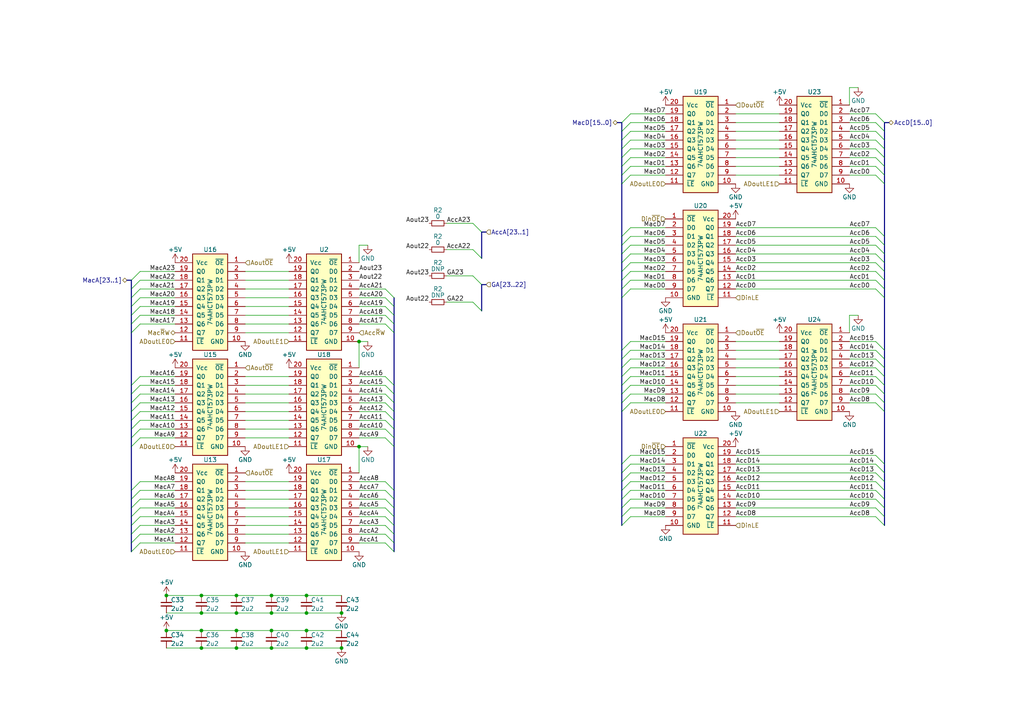
<source format=kicad_sch>
(kicad_sch (version 20230121) (generator eeschema)
  (paper "A4")
  (lib_symbols
    (symbol "Device:C_Small" (pin_numbers hide) (pin_names (offset 0.254) hide)
      (property "Reference" "C" (at 0.254 1.778 0))
      (property "Value" "C_Small" (at 0.254 -2.032 0))
      (symbol "C_Small_0_1"
        (polyline (pts (xy -1.524 -0.508) (xy 1.524 -0.508)) (stroke (width 0.3302)))
        (polyline (pts (xy -1.524 0.508) (xy 1.524 0.508)) (stroke (width 0.3048)))
      )
      (symbol "C_Small_1_1"
        (pin passive line (at 0 2.54 270) (length 2.032) (name "~") (number "1"))
        (pin passive line (at 0 -2.54 90) (length 2.032) (name "~") (number "2"))
      )
    )
    (symbol "Device:R_Small" (pin_numbers hide) (pin_names (offset 0.254) hide)
      (property "Reference" "R" (at 0.762 0.508 0))
      (property "Value" "R_Small" (at 0.762 -1.016 0))
      (symbol "R_Small_0_1"
        (rectangle (start -0.762 1.778) (end 0.762 -1.778) (stroke (width 0.2032)))
      )
      (symbol "R_Small_1_1"
        (pin passive line (at 0 2.54 270) (length 0.762) (name "~") (number "1"))
        (pin passive line (at 0 -2.54 90) (length 0.762) (name "~") (number "2"))
      )
    )
    (symbol "GW_Logic:74573" (pin_names (offset 1.016))
      (property "Reference" "U" (at 0 15.24 0))
      (property "Value" "74573" (at 0 -15.24 0))
      (symbol "74573_0_1"
        (rectangle (start -5.08 13.97) (end 5.08 -13.97) (stroke (width 0.254)) (fill (type background)))
      )
      (symbol "74573_1_1"
        (pin input line (at -10.16 11.43 0) (length 5.08) (name "~{OE}") (number "1"))
        (pin power_in line (at -10.16 -11.43 0) (length 5.08) (name "GND") (number "10"))
        (pin input line (at 10.16 -11.43 180) (length 5.08) (name "~{LE}") (number "11"))
        (pin tri_state line (at 10.16 -8.89 180) (length 5.08) (name "Q7") (number "12"))
        (pin tri_state line (at 10.16 -6.35 180) (length 5.08) (name "Q6") (number "13"))
        (pin tri_state line (at 10.16 -3.81 180) (length 5.08) (name "Q5") (number "14"))
        (pin tri_state line (at 10.16 -1.27 180) (length 5.08) (name "Q4") (number "15"))
        (pin tri_state line (at 10.16 1.27 180) (length 5.08) (name "Q3") (number "16"))
        (pin tri_state line (at 10.16 3.81 180) (length 5.08) (name "Q2") (number "17"))
        (pin tri_state line (at 10.16 6.35 180) (length 5.08) (name "Q1") (number "18"))
        (pin tri_state line (at 10.16 8.89 180) (length 5.08) (name "Q0") (number "19"))
        (pin input line (at -10.16 8.89 0) (length 5.08) (name "D0") (number "2"))
        (pin power_in line (at 10.16 11.43 180) (length 5.08) (name "Vcc") (number "20"))
        (pin input line (at -10.16 6.35 0) (length 5.08) (name "D1") (number "3"))
        (pin input line (at -10.16 3.81 0) (length 5.08) (name "D2") (number "4"))
        (pin input line (at -10.16 1.27 0) (length 5.08) (name "D3") (number "5"))
        (pin input line (at -10.16 -1.27 0) (length 5.08) (name "D4") (number "6"))
        (pin input line (at -10.16 -3.81 0) (length 5.08) (name "D5") (number "7"))
        (pin input line (at -10.16 -6.35 0) (length 5.08) (name "D6") (number "8"))
        (pin input line (at -10.16 -8.89 0) (length 5.08) (name "D7") (number "9"))
      )
    )
    (symbol "power:+5V" (power) (pin_names (offset 0))
      (property "Value" "+5V" (at 0 3.556 0))
      (symbol "+5V_0_1"
        (polyline (pts (xy -0.762 1.27) (xy 0 2.54)))
        (polyline (pts (xy 0 0) (xy 0 2.54)))
        (polyline (pts (xy 0 2.54) (xy 0.762 1.27)))
      )
      (symbol "+5V_1_1"
        (pin power_in line (at 0 0 90) (length 0) hide (name "+5V") (number "1"))
      )
    )
    (symbol "power:GND" (power) (pin_names (offset 0))
      (property "Value" "GND" (at 0 -3.81 0))
      (symbol "GND_0_1"
        (polyline (pts (xy 0 0) (xy 0 -1.27) (xy 1.27 -1.27) (xy 0 -2.54) (xy -1.27 -1.27) (xy 0 -1.27)))
      )
      (symbol "GND_1_1"
        (pin power_in line (at 0 0 270) (length 0) hide (name "GND") (number "1"))
      )
    )
  )
  (junction (at 58.42 182.88))
  (junction (at 78.74 187.96))
  (junction (at 78.74 182.88))
  (junction (at 104.14 129.54))
  (junction (at 78.74 177.8))
  (junction (at 68.58 172.72))
  (junction (at 68.58 187.96))
  (junction (at 99.06 177.8))
  (junction (at 88.9 182.88))
  (junction (at 104.14 99.06))
  (junction (at 48.26 182.88))
  (junction (at 88.9 187.96))
  (junction (at 58.42 177.8))
  (junction (at 99.06 187.96))
  (junction (at 68.58 182.88))
  (junction (at 68.58 177.8))
  (junction (at 58.42 187.96))
  (junction (at 88.9 172.72))
  (junction (at 58.42 172.72))
  (junction (at 48.26 172.72))
  (junction (at 78.74 172.72))
  (junction (at 88.9 177.8))
  (bus_entry (at 254 104.14) (size 2.54 2.54))
  (bus_entry (at 111.76 144.78) (size 2.54 2.54))
  (bus_entry (at 111.76 109.22) (size 2.54 2.54))
  (bus_entry (at 182.88 114.3) (size -2.54 2.54))
  (bus_entry (at 111.76 152.4) (size 2.54 2.54))
  (bus_entry (at 254 99.06) (size 2.54 2.54))
  (bus_entry (at 137.16 64.77) (size 2.54 2.54))
  (bus_entry (at 182.88 50.8) (size -2.54 2.54))
  (bus_entry (at 40.64 121.92) (size -2.54 2.54))
  (bus_entry (at 40.64 86.36) (size -2.54 2.54))
  (bus_entry (at 182.88 66.04) (size -2.54 2.54))
  (bus_entry (at 40.64 88.9) (size -2.54 2.54))
  (bus_entry (at 111.76 88.9) (size 2.54 2.54))
  (bus_entry (at 182.88 137.16) (size -2.54 2.54))
  (bus_entry (at 254 116.84) (size 2.54 2.54))
  (bus_entry (at 182.88 68.58) (size -2.54 2.54))
  (bus_entry (at 182.88 101.6) (size -2.54 2.54))
  (bus_entry (at 111.76 116.84) (size 2.54 2.54))
  (bus_entry (at 40.64 119.38) (size -2.54 2.54))
  (bus_entry (at 254 48.26) (size 2.54 2.54))
  (bus_entry (at 111.76 83.82) (size 2.54 2.54))
  (bus_entry (at 254 45.72) (size 2.54 2.54))
  (bus_entry (at 40.64 142.24) (size -2.54 2.54))
  (bus_entry (at 40.64 124.46) (size -2.54 2.54))
  (bus_entry (at 254 114.3) (size 2.54 2.54))
  (bus_entry (at 40.64 127) (size -2.54 2.54))
  (bus_entry (at 40.64 152.4) (size -2.54 2.54))
  (bus_entry (at 254 50.8) (size 2.54 2.54))
  (bus_entry (at 111.76 142.24) (size 2.54 2.54))
  (bus_entry (at 254 43.18) (size 2.54 2.54))
  (bus_entry (at 40.64 81.28) (size -2.54 2.54))
  (bus_entry (at 182.88 144.78) (size -2.54 2.54))
  (bus_entry (at 254 83.82) (size 2.54 2.54))
  (bus_entry (at 182.88 109.22) (size -2.54 2.54))
  (bus_entry (at 111.76 111.76) (size 2.54 2.54))
  (bus_entry (at 182.88 78.74) (size -2.54 2.54))
  (bus_entry (at 137.16 72.39) (size 2.54 2.54))
  (bus_entry (at 182.88 134.62) (size -2.54 2.54))
  (bus_entry (at 254 73.66) (size 2.54 2.54))
  (bus_entry (at 182.88 83.82) (size -2.54 2.54))
  (bus_entry (at 182.88 43.18) (size -2.54 2.54))
  (bus_entry (at 254 40.64) (size 2.54 2.54))
  (bus_entry (at 111.76 147.32) (size 2.54 2.54))
  (bus_entry (at 254 149.86) (size 2.54 2.54))
  (bus_entry (at 40.64 139.7) (size -2.54 2.54))
  (bus_entry (at 182.88 40.64) (size -2.54 2.54))
  (bus_entry (at 254 68.58) (size 2.54 2.54))
  (bus_entry (at 254 33.02) (size 2.54 2.54))
  (bus_entry (at 111.76 91.44) (size 2.54 2.54))
  (bus_entry (at 182.88 111.76) (size -2.54 2.54))
  (bus_entry (at 182.88 106.68) (size -2.54 2.54))
  (bus_entry (at 182.88 71.12) (size -2.54 2.54))
  (bus_entry (at 254 106.68) (size 2.54 2.54))
  (bus_entry (at 182.88 139.7) (size -2.54 2.54))
  (bus_entry (at 40.64 78.74) (size -2.54 2.54))
  (bus_entry (at 254 142.24) (size 2.54 2.54))
  (bus_entry (at 254 139.7) (size 2.54 2.54))
  (bus_entry (at 254 71.12) (size 2.54 2.54))
  (bus_entry (at 40.64 93.98) (size -2.54 2.54))
  (bus_entry (at 254 78.74) (size 2.54 2.54))
  (bus_entry (at 111.76 127) (size 2.54 2.54))
  (bus_entry (at 111.76 119.38) (size 2.54 2.54))
  (bus_entry (at 182.88 147.32) (size -2.54 2.54))
  (bus_entry (at 111.76 121.92) (size 2.54 2.54))
  (bus_entry (at 254 147.32) (size 2.54 2.54))
  (bus_entry (at 111.76 139.7) (size 2.54 2.54))
  (bus_entry (at 111.76 114.3) (size 2.54 2.54))
  (bus_entry (at 254 66.04) (size 2.54 2.54))
  (bus_entry (at 182.88 116.84) (size -2.54 2.54))
  (bus_entry (at 182.88 48.26) (size -2.54 2.54))
  (bus_entry (at 40.64 109.22) (size -2.54 2.54))
  (bus_entry (at 182.88 33.02) (size -2.54 2.54))
  (bus_entry (at 40.64 114.3) (size -2.54 2.54))
  (bus_entry (at 111.76 149.86) (size 2.54 2.54))
  (bus_entry (at 111.76 154.94) (size 2.54 2.54))
  (bus_entry (at 40.64 111.76) (size -2.54 2.54))
  (bus_entry (at 254 132.08) (size 2.54 2.54))
  (bus_entry (at 40.64 149.86) (size -2.54 2.54))
  (bus_entry (at 182.88 76.2) (size -2.54 2.54))
  (bus_entry (at 182.88 132.08) (size -2.54 2.54))
  (bus_entry (at 137.16 87.63) (size 2.54 2.54))
  (bus_entry (at 254 144.78) (size 2.54 2.54))
  (bus_entry (at 40.64 154.94) (size -2.54 2.54))
  (bus_entry (at 254 35.56) (size 2.54 2.54))
  (bus_entry (at 40.64 157.48) (size -2.54 2.54))
  (bus_entry (at 182.88 104.14) (size -2.54 2.54))
  (bus_entry (at 182.88 45.72) (size -2.54 2.54))
  (bus_entry (at 40.64 83.82) (size -2.54 2.54))
  (bus_entry (at 254 38.1) (size 2.54 2.54))
  (bus_entry (at 111.76 124.46) (size 2.54 2.54))
  (bus_entry (at 137.16 80.01) (size 2.54 2.54))
  (bus_entry (at 254 111.76) (size 2.54 2.54))
  (bus_entry (at 40.64 144.78) (size -2.54 2.54))
  (bus_entry (at 254 109.22) (size 2.54 2.54))
  (bus_entry (at 182.88 149.86) (size -2.54 2.54))
  (bus_entry (at 111.76 86.36) (size 2.54 2.54))
  (bus_entry (at 182.88 99.06) (size -2.54 2.54))
  (bus_entry (at 182.88 38.1) (size -2.54 2.54))
  (bus_entry (at 111.76 157.48) (size 2.54 2.54))
  (bus_entry (at 254 76.2) (size 2.54 2.54))
  (bus_entry (at 254 137.16) (size 2.54 2.54))
  (bus_entry (at 182.88 73.66) (size -2.54 2.54))
  (bus_entry (at 254 101.6) (size 2.54 2.54))
  (bus_entry (at 40.64 116.84) (size -2.54 2.54))
  (bus_entry (at 40.64 147.32) (size -2.54 2.54))
  (bus_entry (at 254 81.28) (size 2.54 2.54))
  (bus_entry (at 40.64 91.44) (size -2.54 2.54))
  (bus_entry (at 111.76 93.98) (size 2.54 2.54))
  (bus_entry (at 182.88 81.28) (size -2.54 2.54))
  (bus_entry (at 182.88 35.56) (size -2.54 2.54))
  (bus_entry (at 254 134.62) (size 2.54 2.54))
  (bus_entry (at 182.88 142.24) (size -2.54 2.54))
  (wire (pts (xy 246.38 38.1) (xy 254 38.1)))
  (wire (pts (xy 48.26 177.8) (xy 58.42 177.8)))
  (bus (pts (xy 256.54 109.22) (xy 256.54 111.76)))
  (wire (pts (xy 71.12 147.32) (xy 83.82 147.32)))
  (wire (pts (xy 182.88 71.12) (xy 193.04 71.12)))
  (wire (pts (xy 50.8 109.22) (xy 40.64 109.22)))
  (wire (pts (xy 71.12 83.82) (xy 83.82 83.82)))
  (wire (pts (xy 50.8 144.78) (xy 40.64 144.78)))
  (wire (pts (xy 88.9 182.88) (xy 99.06 182.88)))
  (wire (pts (xy 213.36 139.7) (xy 254 139.7)))
  (wire (pts (xy 50.8 78.74) (xy 40.64 78.74)))
  (bus (pts (xy 257.81 35.56) (xy 256.54 35.56)))
  (wire (pts (xy 50.8 83.82) (xy 40.64 83.82)))
  (wire (pts (xy 50.8 127) (xy 40.64 127)))
  (bus (pts (xy 256.54 50.8) (xy 256.54 53.34)))
  (bus (pts (xy 114.3 152.4) (xy 114.3 154.94)))
  (wire (pts (xy 104.14 129.54) (xy 106.68 129.54)))
  (wire (pts (xy 213.36 114.3) (xy 226.06 114.3)))
  (wire (pts (xy 213.36 104.14) (xy 226.06 104.14)))
  (wire (pts (xy 246.38 91.44) (xy 248.92 91.44)))
  (bus (pts (xy 38.1 152.4) (xy 38.1 154.94)))
  (bus (pts (xy 180.34 116.84) (xy 180.34 119.38)))
  (bus (pts (xy 180.34 43.18) (xy 180.34 45.72)))
  (wire (pts (xy 182.88 83.82) (xy 193.04 83.82)))
  (wire (pts (xy 50.8 149.86) (xy 40.64 149.86)))
  (wire (pts (xy 71.12 139.7) (xy 83.82 139.7)))
  (bus (pts (xy 256.54 86.36) (xy 256.54 101.6)))
  (wire (pts (xy 48.26 182.88) (xy 58.42 182.88)))
  (bus (pts (xy 139.7 90.17) (xy 139.7 82.55)))
  (bus (pts (xy 180.34 35.56) (xy 180.34 38.1)))
  (wire (pts (xy 71.12 109.22) (xy 83.82 109.22)))
  (bus (pts (xy 256.54 83.82) (xy 256.54 86.36)))
  (bus (pts (xy 256.54 53.34) (xy 256.54 68.58)))
  (wire (pts (xy 213.36 144.78) (xy 254 144.78)))
  (bus (pts (xy 180.34 38.1) (xy 180.34 40.64)))
  (wire (pts (xy 213.36 68.58) (xy 254 68.58)))
  (wire (pts (xy 182.88 38.1) (xy 193.04 38.1)))
  (wire (pts (xy 104.14 91.44) (xy 111.76 91.44)))
  (bus (pts (xy 38.1 119.38) (xy 38.1 121.92)))
  (wire (pts (xy 50.8 111.76) (xy 40.64 111.76)))
  (wire (pts (xy 71.12 121.92) (xy 83.82 121.92)))
  (wire (pts (xy 182.88 144.78) (xy 193.04 144.78)))
  (wire (pts (xy 50.8 91.44) (xy 40.64 91.44)))
  (wire (pts (xy 213.36 45.72) (xy 226.06 45.72)))
  (wire (pts (xy 71.12 119.38) (xy 83.82 119.38)))
  (wire (pts (xy 58.42 187.96) (xy 68.58 187.96)))
  (bus (pts (xy 38.1 83.82) (xy 38.1 86.36)))
  (bus (pts (xy 256.54 144.78) (xy 256.54 147.32)))
  (wire (pts (xy 246.38 111.76) (xy 254 111.76)))
  (bus (pts (xy 38.1 149.86) (xy 38.1 152.4)))
  (bus (pts (xy 114.3 149.86) (xy 114.3 152.4)))
  (bus (pts (xy 114.3 88.9) (xy 114.3 91.44)))
  (wire (pts (xy 48.26 172.72) (xy 58.42 172.72)))
  (wire (pts (xy 213.36 76.2) (xy 254 76.2)))
  (wire (pts (xy 71.12 152.4) (xy 83.82 152.4)))
  (wire (pts (xy 213.36 106.68) (xy 226.06 106.68)))
  (wire (pts (xy 50.8 86.36) (xy 40.64 86.36)))
  (bus (pts (xy 180.34 104.14) (xy 180.34 106.68)))
  (wire (pts (xy 104.14 147.32) (xy 111.76 147.32)))
  (wire (pts (xy 246.38 48.26) (xy 254 48.26)))
  (bus (pts (xy 179.07 35.56) (xy 180.34 35.56)))
  (bus (pts (xy 256.54 68.58) (xy 256.54 71.12)))
  (wire (pts (xy 78.74 172.72) (xy 88.9 172.72)))
  (bus (pts (xy 180.34 48.26) (xy 180.34 50.8)))
  (wire (pts (xy 129.54 80.01) (xy 137.16 80.01)))
  (wire (pts (xy 182.88 76.2) (xy 193.04 76.2)))
  (bus (pts (xy 256.54 137.16) (xy 256.54 139.7)))
  (wire (pts (xy 213.36 99.06) (xy 226.06 99.06)))
  (bus (pts (xy 114.3 96.52) (xy 114.3 111.76)))
  (wire (pts (xy 246.38 45.72) (xy 254 45.72)))
  (wire (pts (xy 104.14 152.4) (xy 111.76 152.4)))
  (bus (pts (xy 180.34 40.64) (xy 180.34 43.18)))
  (wire (pts (xy 182.88 50.8) (xy 193.04 50.8)))
  (wire (pts (xy 182.88 134.62) (xy 193.04 134.62)))
  (wire (pts (xy 129.54 72.39) (xy 137.16 72.39)))
  (wire (pts (xy 213.36 66.04) (xy 254 66.04)))
  (bus (pts (xy 180.34 144.78) (xy 180.34 147.32)))
  (wire (pts (xy 104.14 83.82) (xy 111.76 83.82)))
  (wire (pts (xy 71.12 78.74) (xy 83.82 78.74)))
  (bus (pts (xy 38.1 142.24) (xy 38.1 144.78)))
  (bus (pts (xy 180.34 76.2) (xy 180.34 78.74)))
  (wire (pts (xy 71.12 144.78) (xy 83.82 144.78)))
  (wire (pts (xy 50.8 139.7) (xy 40.64 139.7)))
  (wire (pts (xy 50.8 93.98) (xy 40.64 93.98)))
  (wire (pts (xy 213.36 43.18) (xy 226.06 43.18)))
  (bus (pts (xy 38.1 147.32) (xy 38.1 149.86)))
  (wire (pts (xy 213.36 38.1) (xy 226.06 38.1)))
  (wire (pts (xy 182.88 111.76) (xy 193.04 111.76)))
  (wire (pts (xy 213.36 81.28) (xy 254 81.28)))
  (bus (pts (xy 256.54 45.72) (xy 256.54 48.26)))
  (wire (pts (xy 71.12 93.98) (xy 83.82 93.98)))
  (wire (pts (xy 182.88 137.16) (xy 193.04 137.16)))
  (wire (pts (xy 50.8 114.3) (xy 40.64 114.3)))
  (bus (pts (xy 114.3 127) (xy 114.3 129.54)))
  (wire (pts (xy 104.14 93.98) (xy 111.76 93.98)))
  (bus (pts (xy 256.54 76.2) (xy 256.54 78.74)))
  (wire (pts (xy 213.36 48.26) (xy 226.06 48.26)))
  (bus (pts (xy 256.54 134.62) (xy 256.54 137.16)))
  (wire (pts (xy 104.14 86.36) (xy 111.76 86.36)))
  (bus (pts (xy 139.7 67.31) (xy 140.97 67.31)))
  (wire (pts (xy 104.14 116.84) (xy 111.76 116.84)))
  (bus (pts (xy 114.3 114.3) (xy 114.3 116.84)))
  (wire (pts (xy 213.36 78.74) (xy 254 78.74)))
  (wire (pts (xy 58.42 172.72) (xy 68.58 172.72)))
  (bus (pts (xy 114.3 142.24) (xy 114.3 144.78)))
  (wire (pts (xy 246.38 25.4) (xy 248.92 25.4)))
  (bus (pts (xy 180.34 114.3) (xy 180.34 116.84)))
  (wire (pts (xy 182.88 43.18) (xy 193.04 43.18)))
  (wire (pts (xy 246.38 99.06) (xy 254 99.06)))
  (bus (pts (xy 38.1 157.48) (xy 38.1 160.02)))
  (wire (pts (xy 104.14 157.48) (xy 111.76 157.48)))
  (wire (pts (xy 129.54 87.63) (xy 137.16 87.63)))
  (bus (pts (xy 114.3 121.92) (xy 114.3 124.46)))
  (bus (pts (xy 180.34 137.16) (xy 180.34 139.7)))
  (bus (pts (xy 139.7 74.93) (xy 139.7 67.31)))
  (bus (pts (xy 38.1 144.78) (xy 38.1 147.32)))
  (bus (pts (xy 38.1 154.94) (xy 38.1 157.48)))
  (wire (pts (xy 50.8 88.9) (xy 40.64 88.9)))
  (wire (pts (xy 104.14 129.54) (xy 104.14 137.16)))
  (wire (pts (xy 213.36 109.22) (xy 226.06 109.22)))
  (wire (pts (xy 246.38 109.22) (xy 254 109.22)))
  (bus (pts (xy 256.54 78.74) (xy 256.54 81.28)))
  (bus (pts (xy 180.34 139.7) (xy 180.34 142.24)))
  (bus (pts (xy 38.1 93.98) (xy 38.1 96.52)))
  (wire (pts (xy 58.42 182.88) (xy 68.58 182.88)))
  (bus (pts (xy 38.1 111.76) (xy 38.1 114.3)))
  (bus (pts (xy 180.34 106.68) (xy 180.34 109.22)))
  (wire (pts (xy 104.14 139.7) (xy 111.76 139.7)))
  (wire (pts (xy 88.9 177.8) (xy 99.06 177.8)))
  (bus (pts (xy 180.34 68.58) (xy 180.34 71.12)))
  (wire (pts (xy 213.36 142.24) (xy 254 142.24)))
  (wire (pts (xy 50.8 157.48) (xy 40.64 157.48)))
  (bus (pts (xy 256.54 119.38) (xy 256.54 134.62)))
  (bus (pts (xy 38.1 96.52) (xy 38.1 111.76)))
  (bus (pts (xy 114.3 147.32) (xy 114.3 149.86)))
  (wire (pts (xy 68.58 187.96) (xy 78.74 187.96)))
  (bus (pts (xy 256.54 139.7) (xy 256.54 142.24)))
  (bus (pts (xy 139.7 82.55) (xy 140.97 82.55)))
  (wire (pts (xy 71.12 142.24) (xy 83.82 142.24)))
  (wire (pts (xy 246.38 106.68) (xy 254 106.68)))
  (wire (pts (xy 104.14 119.38) (xy 111.76 119.38)))
  (bus (pts (xy 38.1 124.46) (xy 38.1 127)))
  (wire (pts (xy 71.12 114.3) (xy 83.82 114.3)))
  (wire (pts (xy 182.88 106.68) (xy 193.04 106.68)))
  (wire (pts (xy 246.38 33.02) (xy 254 33.02)))
  (wire (pts (xy 71.12 91.44) (xy 83.82 91.44)))
  (wire (pts (xy 50.8 142.24) (xy 40.64 142.24)))
  (bus (pts (xy 38.1 116.84) (xy 38.1 119.38)))
  (bus (pts (xy 256.54 35.56) (xy 256.54 38.1)))
  (bus (pts (xy 256.54 71.12) (xy 256.54 73.66)))
  (wire (pts (xy 50.8 121.92) (xy 40.64 121.92)))
  (bus (pts (xy 38.1 86.36) (xy 38.1 88.9)))
  (bus (pts (xy 114.3 86.36) (xy 114.3 88.9)))
  (bus (pts (xy 180.34 111.76) (xy 180.34 114.3)))
  (wire (pts (xy 182.88 142.24) (xy 193.04 142.24)))
  (wire (pts (xy 104.14 121.92) (xy 111.76 121.92)))
  (wire (pts (xy 104.14 149.86) (xy 111.76 149.86)))
  (wire (pts (xy 71.12 111.76) (xy 83.82 111.76)))
  (bus (pts (xy 256.54 106.68) (xy 256.54 109.22)))
  (wire (pts (xy 182.88 33.02) (xy 193.04 33.02)))
  (bus (pts (xy 114.3 119.38) (xy 114.3 121.92)))
  (bus (pts (xy 38.1 114.3) (xy 38.1 116.84)))
  (wire (pts (xy 213.36 50.8) (xy 226.06 50.8)))
  (bus (pts (xy 180.34 81.28) (xy 180.34 83.82)))
  (bus (pts (xy 256.54 73.66) (xy 256.54 76.2)))
  (wire (pts (xy 106.68 71.12) (xy 104.14 71.12)))
  (wire (pts (xy 182.88 114.3) (xy 193.04 114.3)))
  (wire (pts (xy 182.88 139.7) (xy 193.04 139.7)))
  (wire (pts (xy 71.12 81.28) (xy 83.82 81.28)))
  (wire (pts (xy 78.74 187.96) (xy 88.9 187.96)))
  (wire (pts (xy 213.36 33.02) (xy 226.06 33.02)))
  (wire (pts (xy 71.12 157.48) (xy 83.82 157.48)))
  (bus (pts (xy 180.34 119.38) (xy 180.34 134.62)))
  (bus (pts (xy 180.34 109.22) (xy 180.34 111.76)))
  (wire (pts (xy 182.88 48.26) (xy 193.04 48.26)))
  (bus (pts (xy 36.83 81.28) (xy 38.1 81.28)))
  (bus (pts (xy 256.54 114.3) (xy 256.54 116.84)))
  (wire (pts (xy 50.8 147.32) (xy 40.64 147.32)))
  (wire (pts (xy 71.12 86.36) (xy 83.82 86.36)))
  (wire (pts (xy 213.36 147.32) (xy 254 147.32)))
  (wire (pts (xy 213.36 116.84) (xy 226.06 116.84)))
  (wire (pts (xy 104.14 76.2) (xy 104.14 71.12)))
  (wire (pts (xy 50.8 116.84) (xy 40.64 116.84)))
  (bus (pts (xy 114.3 116.84) (xy 114.3 119.38)))
  (wire (pts (xy 182.88 68.58) (xy 193.04 68.58)))
  (wire (pts (xy 78.74 182.88) (xy 88.9 182.88)))
  (wire (pts (xy 213.36 132.08) (xy 254 132.08)))
  (wire (pts (xy 104.14 124.46) (xy 111.76 124.46)))
  (bus (pts (xy 180.34 142.24) (xy 180.34 144.78)))
  (wire (pts (xy 104.14 144.78) (xy 111.76 144.78)))
  (wire (pts (xy 104.14 142.24) (xy 111.76 142.24)))
  (wire (pts (xy 104.14 154.94) (xy 111.76 154.94)))
  (wire (pts (xy 246.38 50.8) (xy 254 50.8)))
  (bus (pts (xy 114.3 144.78) (xy 114.3 147.32)))
  (wire (pts (xy 213.36 137.16) (xy 254 137.16)))
  (bus (pts (xy 38.1 129.54) (xy 38.1 142.24)))
  (bus (pts (xy 114.3 111.76) (xy 114.3 114.3)))
  (wire (pts (xy 88.9 187.96) (xy 99.06 187.96)))
  (wire (pts (xy 104.14 106.68) (xy 104.14 99.06)))
  (wire (pts (xy 246.38 40.64) (xy 254 40.64)))
  (wire (pts (xy 182.88 109.22) (xy 193.04 109.22)))
  (wire (pts (xy 78.74 177.8) (xy 88.9 177.8)))
  (wire (pts (xy 213.36 35.56) (xy 226.06 35.56)))
  (wire (pts (xy 104.14 88.9) (xy 111.76 88.9)))
  (bus (pts (xy 180.34 149.86) (xy 180.34 152.4)))
  (wire (pts (xy 246.38 35.56) (xy 254 35.56)))
  (wire (pts (xy 50.8 119.38) (xy 40.64 119.38)))
  (wire (pts (xy 129.54 64.77) (xy 137.16 64.77)))
  (wire (pts (xy 182.88 99.06) (xy 193.04 99.06)))
  (wire (pts (xy 106.68 99.06) (xy 104.14 99.06)))
  (wire (pts (xy 71.12 149.86) (xy 83.82 149.86)))
  (bus (pts (xy 180.34 134.62) (xy 180.34 137.16)))
  (wire (pts (xy 71.12 96.52) (xy 83.82 96.52)))
  (wire (pts (xy 71.12 88.9) (xy 83.82 88.9)))
  (bus (pts (xy 38.1 81.28) (xy 38.1 83.82)))
  (wire (pts (xy 182.88 81.28) (xy 193.04 81.28)))
  (wire (pts (xy 246.38 116.84) (xy 254 116.84)))
  (bus (pts (xy 38.1 121.92) (xy 38.1 124.46)))
  (bus (pts (xy 180.34 73.66) (xy 180.34 76.2)))
  (bus (pts (xy 256.54 38.1) (xy 256.54 40.64)))
  (bus (pts (xy 256.54 111.76) (xy 256.54 114.3)))
  (bus (pts (xy 180.34 86.36) (xy 180.34 101.6)))
  (bus (pts (xy 180.34 53.34) (xy 180.34 68.58)))
  (wire (pts (xy 213.36 134.62) (xy 254 134.62)))
  (wire (pts (xy 182.88 35.56) (xy 193.04 35.56)))
  (bus (pts (xy 38.1 127) (xy 38.1 129.54)))
  (wire (pts (xy 182.88 147.32) (xy 193.04 147.32)))
  (wire (pts (xy 71.12 154.94) (xy 83.82 154.94)))
  (wire (pts (xy 50.8 154.94) (xy 40.64 154.94)))
  (bus (pts (xy 180.34 101.6) (xy 180.34 104.14)))
  (wire (pts (xy 182.88 149.86) (xy 193.04 149.86)))
  (bus (pts (xy 256.54 43.18) (xy 256.54 45.72)))
  (bus (pts (xy 180.34 45.72) (xy 180.34 48.26)))
  (bus (pts (xy 256.54 48.26) (xy 256.54 50.8)))
  (bus (pts (xy 256.54 104.14) (xy 256.54 106.68)))
  (wire (pts (xy 213.36 83.82) (xy 254 83.82)))
  (bus (pts (xy 256.54 40.64) (xy 256.54 43.18)))
  (wire (pts (xy 182.88 40.64) (xy 193.04 40.64)))
  (wire (pts (xy 213.36 101.6) (xy 226.06 101.6)))
  (wire (pts (xy 50.8 152.4) (xy 40.64 152.4)))
  (bus (pts (xy 256.54 149.86) (xy 256.54 152.4)))
  (bus (pts (xy 114.3 154.94) (xy 114.3 157.48)))
  (bus (pts (xy 180.34 50.8) (xy 180.34 53.34)))
  (wire (pts (xy 48.26 187.96) (xy 58.42 187.96)))
  (bus (pts (xy 114.3 129.54) (xy 114.3 142.24)))
  (wire (pts (xy 50.8 124.46) (xy 40.64 124.46)))
  (wire (pts (xy 213.36 111.76) (xy 226.06 111.76)))
  (bus (pts (xy 180.34 147.32) (xy 180.34 149.86)))
  (wire (pts (xy 68.58 182.88) (xy 78.74 182.88)))
  (wire (pts (xy 246.38 104.14) (xy 254 104.14)))
  (wire (pts (xy 182.88 104.14) (xy 193.04 104.14)))
  (wire (pts (xy 50.8 81.28) (xy 40.64 81.28)))
  (bus (pts (xy 180.34 83.82) (xy 180.34 86.36)))
  (wire (pts (xy 104.14 109.22) (xy 111.76 109.22)))
  (wire (pts (xy 182.88 78.74) (xy 193.04 78.74)))
  (wire (pts (xy 104.14 111.76) (xy 111.76 111.76)))
  (bus (pts (xy 256.54 81.28) (xy 256.54 83.82)))
  (bus (pts (xy 256.54 116.84) (xy 256.54 119.38)))
  (bus (pts (xy 114.3 124.46) (xy 114.3 127)))
  (wire (pts (xy 71.12 127) (xy 83.82 127)))
  (wire (pts (xy 182.88 45.72) (xy 193.04 45.72)))
  (wire (pts (xy 246.38 91.44) (xy 246.38 96.52)))
  (bus (pts (xy 180.34 78.74) (xy 180.34 81.28)))
  (wire (pts (xy 182.88 132.08) (xy 193.04 132.08)))
  (bus (pts (xy 256.54 101.6) (xy 256.54 104.14)))
  (wire (pts (xy 246.38 43.18) (xy 254 43.18)))
  (bus (pts (xy 256.54 142.24) (xy 256.54 144.78)))
  (bus (pts (xy 256.54 147.32) (xy 256.54 149.86)))
  (wire (pts (xy 71.12 116.84) (xy 83.82 116.84)))
  (wire (pts (xy 182.88 73.66) (xy 193.04 73.66)))
  (wire (pts (xy 58.42 177.8) (xy 68.58 177.8)))
  (bus (pts (xy 180.34 71.12) (xy 180.34 73.66)))
  (wire (pts (xy 71.12 124.46) (xy 83.82 124.46)))
  (wire (pts (xy 68.58 177.8) (xy 78.74 177.8)))
  (wire (pts (xy 213.36 71.12) (xy 254 71.12)))
  (wire (pts (xy 182.88 66.04) (xy 193.04 66.04)))
  (wire (pts (xy 88.9 172.72) (xy 99.06 172.72)))
  (bus (pts (xy 38.1 91.44) (xy 38.1 93.98)))
  (wire (pts (xy 246.38 25.4) (xy 246.38 30.48)))
  (bus (pts (xy 114.3 91.44) (xy 114.3 93.98)))
  (wire (pts (xy 213.36 73.66) (xy 254 73.66)))
  (wire (pts (xy 246.38 101.6) (xy 254 101.6)))
  (bus (pts (xy 114.3 93.98) (xy 114.3 96.52)))
  (wire (pts (xy 213.36 149.86) (xy 254 149.86)))
  (bus (pts (xy 114.3 157.48) (xy 114.3 160.02)))
  (wire (pts (xy 104.14 114.3) (xy 111.76 114.3)))
  (wire (pts (xy 182.88 116.84) (xy 193.04 116.84)))
  (wire (pts (xy 182.88 101.6) (xy 193.04 101.6)))
  (wire (pts (xy 213.36 40.64) (xy 226.06 40.64)))
  (wire (pts (xy 104.14 127) (xy 111.76 127)))
  (bus (pts (xy 38.1 88.9) (xy 38.1 91.44)))
  (wire (pts (xy 246.38 114.3) (xy 254 114.3)))
  (wire (pts (xy 68.58 172.72) (xy 78.74 172.72)))
  (label "AccA18" (at 104.14 91.44 0))
  (label "MacA18" (at 50.8 91.44 180))
  (label "MacD3" (at 193.04 76.2 180))
  (label "AccD13" (at 246.38 137.16 0))
  (label "AccD15" (at 213.36 132.08 0))
  (label "MacD14" (at 193.04 101.6 180))
  (label "AccA10" (at 104.14 124.46 0))
  (label "MacA13" (at 50.8 116.84 180))
  (label "MacA5" (at 50.8 147.32 180))
  (label "MacA21" (at 50.8 83.82 180))
  (label "AccD8" (at 246.38 149.86 0))
  (label "AccA14" (at 104.14 114.3 0))
  (label "AccD11" (at 246.38 142.24 0))
  (label "MacA1" (at 50.8 157.48 180))
  (label "AccD13" (at 213.36 137.16 0))
  (label "MacA17" (at 50.8 93.98 180))
  (label "MacA2" (at 50.8 154.94 180))
  (label "MacA12" (at 50.8 119.38 180))
  (label "MacD14" (at 193.04 134.62 180))
  (label "AccD13" (at 246.38 104.14 0))
  (label "AccD14" (at 246.38 134.62 0))
  (label "AccD4" (at 246.38 73.66 0))
  (label "AccD5" (at 246.38 71.12 0))
  (label "AccD10" (at 246.38 144.78 0))
  (label "AccD0" (at 213.36 83.82 0))
  (label "AccD7" (at 246.38 33.02 0))
  (label "AccD12" (at 246.38 139.7 0))
  (label "AccA4" (at 104.14 149.86 0))
  (label "MacD2" (at 193.04 78.74 180))
  (label "AccD0" (at 246.38 50.8 0))
  (label "MacA23" (at 50.8 78.74 180))
  (label "AccA16" (at 104.14 109.22 0))
  (label "MacD4" (at 193.04 40.64 180))
  (label "AccD9" (at 213.36 147.32 0))
  (label "MacA14" (at 50.8 114.3 180))
  (label "MacA16" (at 50.8 109.22 180))
  (label "AccD11" (at 246.38 109.22 0))
  (label "AccD6" (at 246.38 68.58 0))
  (label "MacD0" (at 193.04 83.82 180))
  (label "MacD15" (at 193.04 132.08 180))
  (label "MacA10" (at 50.8 124.46 180))
  (label "GA22" (at 129.54 87.63 0))
  (label "AccD1" (at 213.36 81.28 0))
  (label "MacD13" (at 193.04 104.14 180))
  (label "AccA8" (at 104.14 139.7 0))
  (label "AccA15" (at 104.14 111.76 0))
  (label "AccD9" (at 246.38 147.32 0))
  (label "MacD12" (at 193.04 106.68 180))
  (label "MacA11" (at 50.8 121.92 180))
  (label "AccA17" (at 104.14 93.98 0))
  (label "Aout23" (at 104.14 78.74 0))
  (label "AccD2" (at 246.38 78.74 0))
  (label "MacA15" (at 50.8 111.76 180))
  (label "AccA20" (at 104.14 86.36 0))
  (label "MacD5" (at 193.04 71.12 180))
  (label "MacD10" (at 193.04 111.76 180))
  (label "AccA23" (at 129.54 64.77 0))
  (label "MacD6" (at 193.04 35.56 180))
  (label "AccA19" (at 104.14 88.9 0))
  (label "AccA11" (at 104.14 121.92 0))
  (label "AccD8" (at 246.38 116.84 0))
  (label "MacD1" (at 193.04 48.26 180))
  (label "MacA3" (at 50.8 152.4 180))
  (label "MacD9" (at 193.04 114.3 180))
  (label "AccD7" (at 246.38 66.04 0))
  (label "AccD8" (at 213.36 149.86 0))
  (label "MacA22" (at 50.8 81.28 180))
  (label "MacD0" (at 193.04 50.8 180))
  (label "AccD7" (at 213.36 66.04 0))
  (label "AccD2" (at 213.36 78.74 0))
  (label "AccD3" (at 213.36 76.2 0))
  (label "MacD12" (at 193.04 139.7 180))
  (label "MacD11" (at 193.04 142.24 180))
  (label "AccD1" (at 246.38 81.28 0))
  (label "AccA5" (at 104.14 147.32 0))
  (label "AccD6" (at 213.36 68.58 0))
  (label "AccD4" (at 246.38 40.64 0))
  (label "MacD10" (at 193.04 144.78 180))
  (label "AccD3" (at 246.38 43.18 0))
  (label "AccD1" (at 246.38 48.26 0))
  (label "AccD5" (at 213.36 71.12 0))
  (label "AccD15" (at 246.38 99.06 0))
  (label "AccD2" (at 246.38 45.72 0))
  (label "AccD11" (at 213.36 142.24 0))
  (label "MacD8" (at 193.04 116.84 180))
  (label "AccD15" (at 246.38 132.08 0))
  (label "MacD7" (at 193.04 33.02 180))
  (label "Aout23" (at 124.46 80.01 180))
  (label "MacD5" (at 193.04 38.1 180))
  (label "AccA9" (at 104.14 127 0))
  (label "AccD4" (at 213.36 73.66 0))
  (label "AccD9" (at 246.38 114.3 0))
  (label "MacD13" (at 193.04 137.16 180))
  (label "AccA1" (at 104.14 157.48 0))
  (label "MacD4" (at 193.04 73.66 180))
  (label "AccA7" (at 104.14 142.24 0))
  (label "AccA2" (at 104.14 154.94 0))
  (label "AccA21" (at 104.14 83.82 0))
  (label "MacA4" (at 50.8 149.86 180))
  (label "AccD10" (at 213.36 144.78 0))
  (label "MacD2" (at 193.04 45.72 180))
  (label "MacD11" (at 193.04 109.22 180))
  (label "MacD9" (at 193.04 147.32 180))
  (label "AccD12" (at 213.36 139.7 0))
  (label "MacD8" (at 193.04 149.86 180))
  (label "Aout22" (at 104.14 81.28 0))
  (label "GA23" (at 129.54 80.01 0))
  (label "AccD3" (at 246.38 76.2 0))
  (label "AccD10" (at 246.38 111.76 0))
  (label "MacD3" (at 193.04 43.18 180))
  (label "MacA19" (at 50.8 88.9 180))
  (label "AccA12" (at 104.14 119.38 0))
  (label "AccD14" (at 213.36 134.62 0))
  (label "AccD6" (at 246.38 35.56 0))
  (label "MacA6" (at 50.8 144.78 180))
  (label "MacA8" (at 50.8 139.7 180))
  (label "MacD1" (at 193.04 81.28 180))
  (label "MacA9" (at 50.8 127 180))
  (label "AccA22" (at 129.54 72.39 0))
  (label "MacD6" (at 193.04 68.58 180))
  (label "MacA20" (at 50.8 86.36 180))
  (label "Aout23" (at 124.46 64.77 180))
  (label "MacA7" (at 50.8 142.24 180))
  (label "AccD14" (at 246.38 101.6 0))
  (label "AccD12" (at 246.38 106.68 0))
  (label "AccD5" (at 246.38 38.1 0))
  (label "MacD7" (at 193.04 66.04 180))
  (label "AccA6" (at 104.14 144.78 0))
  (label "AccD0" (at 246.38 83.82 0))
  (label "Aout22" (at 124.46 87.63 180))
  (label "AccA3" (at 104.14 152.4 0))
  (label "Aout22" (at 124.46 72.39 180))
  (label "MacD15" (at 193.04 99.06 180))
  (label "AccA13" (at 104.14 116.84 0))
  (hierarchical_label "ADoutLE0" (shape input) (at 50.8 160.02 180))
  (hierarchical_label "ADoutLE1" (shape input) (at 83.82 160.02 180))
  (hierarchical_label "ADoutLE0" (shape input) (at 50.8 129.54 180))
  (hierarchical_label "AccA[23..1]" (shape input) (at 140.97 67.31 0))
  (hierarchical_label "ADoutLE0" (shape input) (at 193.04 119.38 180))
  (hierarchical_label "Mac~{R}W" (shape tri_state) (at 50.8 96.52 180))
  (hierarchical_label "ADoutLE1" (shape input) (at 83.82 99.06 180))
  (hierarchical_label "GA[23..22]" (shape input) (at 140.97 82.55 0))
  (hierarchical_label "Dout~{OE}" (shape input) (at 213.36 30.48 0))
  (hierarchical_label "ADoutLE1" (shape input) (at 226.06 119.38 180))
  (hierarchical_label "Din~{OE}" (shape input) (at 193.04 63.5 180))
  (hierarchical_label "DinLE" (shape input) (at 213.36 152.4 0))
  (hierarchical_label "Aout~{OE}" (shape input) (at 71.12 76.2 0))
  (hierarchical_label "Acc~{R}W" (shape input) (at 104.14 96.52 0))
  (hierarchical_label "ADoutLE0" (shape input) (at 50.8 99.06 180))
  (hierarchical_label "Aout~{OE}" (shape input) (at 71.12 106.68 0))
  (hierarchical_label "Aout~{OE}" (shape input) (at 71.12 137.16 0))
  (hierarchical_label "MacD[15..0]" (shape bidirectional) (at 179.07 35.56 180))
  (hierarchical_label "Din~{OE}" (shape input) (at 193.04 129.54 180))
  (hierarchical_label "MacA[23..1]" (shape tri_state) (at 36.83 81.28 180))
  (hierarchical_label "Dout~{OE}" (shape input) (at 213.36 96.52 0))
  (hierarchical_label "ADoutLE0" (shape input) (at 193.04 53.34 180))
  (hierarchical_label "DinLE" (shape input) (at 213.36 86.36 0))
  (hierarchical_label "ADoutLE1" (shape input) (at 83.82 129.54 180))
  (hierarchical_label "ADoutLE1" (shape input) (at 226.06 53.34 180))
  (hierarchical_label "AccD[15..0]" (shape bidirectional) (at 257.81 35.56 0))
  (symbol (lib_id "GW_Logic:74573") (at 60.96 148.59 0) (mirror y) (unit 1)
    (property "Reference" "U13" (at 60.96 133.35 0))
    (property "Value" "74AHCT573PW" (at 60.96 148.59 90))
    (property "Footprint" "stdpads:TSSOP-20_4.4x6.5mm_P0.65mm" (effects hide))
    (property "LCSC Part" "C141311" (effects hide))
  )
  (symbol (lib_id "GW_Logic:74573") (at 60.96 118.11 0) (mirror y) (unit 1)
    (property "Reference" "U15" (at 60.96 102.87 0))
    (property "Value" "74AHCT573PW" (at 60.96 118.11 90))
    (property "Footprint" "stdpads:TSSOP-20_4.4x6.5mm_P0.65mm" (effects hide))
    (property "LCSC Part" "C141311" (effects hide))
  )
  (symbol (lib_id "power:GND") (at 71.12 160.02 0) (unit 1)
    (property "Reference" "#PWR0166" (effects hide))
    (property "Value" "GND" (at 71.12 163.83 0))
  )
  (symbol (lib_id "power:GND") (at 71.12 129.54 0) (unit 1)
    (property "Reference" "#PWR0167" (effects hide))
    (property "Value" "GND" (at 71.12 133.35 0))
  )
  (symbol (lib_id "GW_Logic:74573") (at 203.2 41.91 0) (mirror y) (unit 1)
    (property "Reference" "U19" (at 203.2 26.67 0))
    (property "Value" "74AHCT573PW" (at 203.2 41.91 90))
    (property "Footprint" "stdpads:TSSOP-20_4.4x6.5mm_P0.65mm" (effects hide))
    (property "LCSC Part" "C141311" (effects hide))
  )
  (symbol (lib_id "GW_Logic:74573") (at 203.2 74.93 0) (unit 1)
    (property "Reference" "U20" (at 203.2 59.69 0))
    (property "Value" "74AHCT573PW" (at 203.2 74.93 90))
    (property "Footprint" "stdpads:TSSOP-20_4.4x6.5mm_P0.65mm" (effects hide))
    (property "LCSC Part" "C141311" (effects hide))
  )
  (symbol (lib_id "power:GND") (at 193.04 86.36 0) (mirror y) (unit 1)
    (property "Reference" "#PWR0169" (effects hide))
    (property "Value" "GND" (at 193.04 90.17 0))
  )
  (symbol (lib_id "power:GND") (at 213.36 53.34 0) (unit 1)
    (property "Reference" "#PWR0168" (effects hide))
    (property "Value" "GND" (at 213.36 57.15 0))
  )
  (symbol (lib_id "GW_Logic:74573") (at 203.2 107.95 0) (mirror y) (unit 1)
    (property "Reference" "U21" (at 203.2 92.71 0))
    (property "Value" "74AHCT573PW" (at 203.2 107.95 90))
    (property "Footprint" "stdpads:TSSOP-20_4.4x6.5mm_P0.65mm" (effects hide))
    (property "LCSC Part" "C141311" (effects hide))
  )
  (symbol (lib_id "power:GND") (at 213.36 119.38 0) (unit 1)
    (property "Reference" "#PWR0181" (effects hide))
    (property "Value" "GND" (at 213.36 123.19 0))
  )
  (symbol (lib_id "GW_Logic:74573") (at 203.2 140.97 0) (unit 1)
    (property "Reference" "U22" (at 203.2 125.73 0))
    (property "Value" "74AHCT573PW" (at 203.2 140.97 90))
    (property "Footprint" "stdpads:TSSOP-20_4.4x6.5mm_P0.65mm" (effects hide))
    (property "LCSC Part" "C141311" (effects hide))
  )
  (symbol (lib_id "power:GND") (at 193.04 152.4 0) (mirror y) (unit 1)
    (property "Reference" "#PWR0170" (effects hide))
    (property "Value" "GND" (at 193.04 156.21 0))
  )
  (symbol (lib_id "GW_Logic:74573") (at 60.96 87.63 0) (mirror y) (unit 1)
    (property "Reference" "U16" (at 60.96 72.39 0))
    (property "Value" "74AHCT573PW" (at 60.96 87.63 90))
    (property "Footprint" "stdpads:TSSOP-20_4.4x6.5mm_P0.65mm" (effects hide))
    (property "LCSC Part" "C141311" (effects hide))
  )
  (symbol (lib_id "power:GND") (at 71.12 99.06 0) (unit 1)
    (property "Reference" "#PWR0171" (effects hide))
    (property "Value" "GND" (at 71.12 102.87 0))
  )
  (symbol (lib_id "GW_Logic:74573") (at 93.98 87.63 0) (mirror y) (unit 1)
    (property "Reference" "U2" (at 93.98 72.39 0))
    (property "Value" "74AHCT573PW" (at 93.98 87.63 90))
    (property "Footprint" "stdpads:TSSOP-20_4.4x6.5mm_P0.65mm" (effects hide))
    (property "LCSC Part" "C141311" (effects hide))
  )
  (symbol (lib_id "power:GND") (at 106.68 99.06 0) (unit 1)
    (property "Reference" "#PWR0106" (effects hide))
    (property "Value" "GND" (at 106.68 102.87 0))
  )
  (symbol (lib_id "power:+5V") (at 83.82 76.2 0) (unit 1)
    (property "Reference" "#PWR0107" (effects hide))
    (property "Value" "+5V" (at 83.82 72.39 0))
  )
  (symbol (lib_id "Device:C_Small") (at 58.42 185.42 0) (unit 1)
    (property "Reference" "C36" (at 59.69 184.15 0) (effects (justify left)))
    (property "Value" "2u2" (at 59.69 186.69 0) (effects (justify left)))
    (property "Footprint" "stdpads:C_0603" (effects hide))
    (property "LCSC Part" "C23630" (effects hide))
  )
  (symbol (lib_id "Device:C_Small") (at 68.58 185.42 0) (unit 1)
    (property "Reference" "C38" (at 69.85 184.15 0) (effects (justify left)))
    (property "Value" "2u2" (at 69.85 186.69 0) (effects (justify left)))
    (property "Footprint" "stdpads:C_0603" (effects hide))
    (property "LCSC Part" "C23630" (effects hide))
  )
  (symbol (lib_id "Device:C_Small") (at 78.74 185.42 0) (unit 1)
    (property "Reference" "C40" (at 80.01 184.15 0) (effects (justify left)))
    (property "Value" "2u2" (at 80.01 186.69 0) (effects (justify left)))
    (property "Footprint" "stdpads:C_0603" (effects hide))
    (property "LCSC Part" "C23630" (effects hide))
  )
  (symbol (lib_id "Device:C_Small") (at 48.26 185.42 0) (unit 1)
    (property "Reference" "C34" (at 49.53 184.15 0) (effects (justify left)))
    (property "Value" "2u2" (at 49.53 186.69 0) (effects (justify left)))
    (property "Footprint" "stdpads:C_0603" (effects hide))
    (property "LCSC Part" "C23630" (effects hide))
  )
  (symbol (lib_id "Device:C_Small") (at 99.06 185.42 0) (unit 1)
    (property "Reference" "C44" (at 100.33 184.15 0) (effects (justify left)))
    (property "Value" "2u2" (at 100.33 186.69 0) (effects (justify left)))
    (property "Footprint" "stdpads:C_0603" (effects hide))
    (property "LCSC Part" "C23630" (effects hide))
  )
  (symbol (lib_id "Device:C_Small") (at 88.9 185.42 0) (unit 1)
    (property "Reference" "C42" (at 90.17 184.15 0) (effects (justify left)))
    (property "Value" "2u2" (at 90.17 186.69 0) (effects (justify left)))
    (property "Footprint" "stdpads:C_0603" (effects hide))
    (property "LCSC Part" "C23630" (effects hide))
  )
  (symbol (lib_id "power:GND") (at 99.06 187.96 0) (mirror y) (unit 1)
    (property "Reference" "#PWR0173" (effects hide))
    (property "Value" "GND" (at 99.06 191.77 0))
  )
  (symbol (lib_id "power:+5V") (at 50.8 137.16 0) (unit 1)
    (property "Reference" "#PWR0174" (effects hide))
    (property "Value" "+5V" (at 50.8 133.35 0))
  )
  (symbol (lib_id "power:+5V") (at 50.8 106.68 0) (unit 1)
    (property "Reference" "#PWR0175" (effects hide))
    (property "Value" "+5V" (at 50.8 102.87 0))
  )
  (symbol (lib_id "power:+5V") (at 50.8 76.2 0) (unit 1)
    (property "Reference" "#PWR0176" (effects hide))
    (property "Value" "+5V" (at 50.8 72.39 0))
  )
  (symbol (lib_id "power:+5V") (at 213.36 129.54 0) (unit 1)
    (property "Reference" "#PWR0177" (effects hide))
    (property "Value" "+5V" (at 213.36 125.73 0))
  )
  (symbol (lib_id "GW_Logic:74573") (at 93.98 148.59 0) (mirror y) (unit 1)
    (property "Reference" "U17" (at 93.98 133.35 0))
    (property "Value" "74AHCT573PW" (at 93.98 148.59 90))
    (property "Footprint" "stdpads:TSSOP-20_4.4x6.5mm_P0.65mm" (effects hide))
    (property "LCSC Part" "C141311" (effects hide))
  )
  (symbol (lib_id "GW_Logic:74573") (at 93.98 118.11 0) (mirror y) (unit 1)
    (property "Reference" "U18" (at 93.98 102.87 0))
    (property "Value" "74AHCT573PW" (at 93.98 118.11 90))
    (property "Footprint" "stdpads:TSSOP-20_4.4x6.5mm_P0.65mm" (effects hide))
    (property "LCSC Part" "C141311" (effects hide))
  )
  (symbol (lib_id "power:+5V") (at 193.04 96.52 0) (unit 1)
    (property "Reference" "#PWR0178" (effects hide))
    (property "Value" "+5V" (at 193.04 92.71 0))
  )
  (symbol (lib_id "power:+5V") (at 83.82 106.68 0) (unit 1)
    (property "Reference" "#PWR0182" (effects hide))
    (property "Value" "+5V" (at 83.82 102.87 0))
  )
  (symbol (lib_id "power:+5V") (at 83.82 137.16 0) (unit 1)
    (property "Reference" "#PWR0183" (effects hide))
    (property "Value" "+5V" (at 83.82 133.35 0))
  )
  (symbol (lib_id "power:GND") (at 104.14 160.02 0) (unit 1)
    (property "Reference" "#PWR0184" (effects hide))
    (property "Value" "GND" (at 104.14 163.83 0))
  )
  (symbol (lib_id "power:+5V") (at 213.36 63.5 0) (unit 1)
    (property "Reference" "#PWR0179" (effects hide))
    (property "Value" "+5V" (at 213.36 59.69 0))
  )
  (symbol (lib_id "power:+5V") (at 193.04 30.48 0) (unit 1)
    (property "Reference" "#PWR0180" (effects hide))
    (property "Value" "+5V" (at 193.04 26.67 0))
  )
  (symbol (lib_id "power:GND") (at 106.68 129.54 0) (unit 1)
    (property "Reference" "#PWR0186" (effects hide))
    (property "Value" "GND" (at 106.68 133.35 0))
  )
  (symbol (lib_id "power:GND") (at 106.68 71.12 0) (unit 1)
    (property "Reference" "#PWR0108" (effects hide))
    (property "Value" "GND" (at 106.68 74.93 0))
  )
  (symbol (lib_id "GW_Logic:74573") (at 236.22 107.95 0) (mirror y) (unit 1)
    (property "Reference" "U24" (at 236.22 92.71 0))
    (property "Value" "74AHCT573PW" (at 236.22 107.95 90))
    (property "Footprint" "stdpads:TSSOP-20_4.4x6.5mm_P0.65mm" (effects hide))
    (property "LCSC Part" "C141311" (effects hide))
  )
  (symbol (lib_id "GW_Logic:74573") (at 236.22 41.91 0) (mirror y) (unit 1)
    (property "Reference" "U23" (at 236.22 26.67 0))
    (property "Value" "74AHCT573PW" (at 236.22 41.91 90))
    (property "Footprint" "stdpads:TSSOP-20_4.4x6.5mm_P0.65mm" (effects hide))
    (property "LCSC Part" "C141311" (effects hide))
  )
  (symbol (lib_id "power:+5V") (at 226.06 96.52 0) (unit 1)
    (property "Reference" "#PWR0187" (effects hide))
    (property "Value" "+5V" (at 226.06 92.71 0))
  )
  (symbol (lib_id "power:+5V") (at 226.06 30.48 0) (unit 1)
    (property "Reference" "#PWR0188" (effects hide))
    (property "Value" "+5V" (at 226.06 26.67 0))
  )
  (symbol (lib_id "power:GND") (at 248.92 25.4 0) (unit 1)
    (property "Reference" "#PWR0189" (effects hide))
    (property "Value" "GND" (at 248.92 29.21 0))
  )
  (symbol (lib_id "power:GND") (at 248.92 91.44 0) (unit 1)
    (property "Reference" "#PWR0190" (effects hide))
    (property "Value" "GND" (at 248.92 95.25 0))
  )
  (symbol (lib_id "power:GND") (at 246.38 53.34 0) (unit 1)
    (property "Reference" "#PWR0191" (effects hide))
    (property "Value" "GND" (at 246.38 57.15 0))
  )
  (symbol (lib_id "power:GND") (at 246.38 119.38 0) (unit 1)
    (property "Reference" "#PWR0192" (effects hide))
    (property "Value" "GND" (at 246.38 123.19 0))
  )
  (symbol (lib_id "power:+5V") (at 48.26 172.72 0) (unit 1)
    (property "Reference" "#PWR0124" (effects hide))
    (property "Value" "+5V" (at 48.26 168.91 0))
  )
  (symbol (lib_id "power:+5V") (at 48.26 182.88 0) (unit 1)
    (property "Reference" "#PWR0125" (effects hide))
    (property "Value" "+5V" (at 48.26 179.07 0))
  )
  (symbol (lib_id "Device:C_Small") (at 58.42 175.26 0) (unit 1)
    (property "Reference" "C35" (at 59.69 173.99 0) (effects (justify left)))
    (property "Value" "2u2" (at 59.69 176.53 0) (effects (justify left)))
    (property "Footprint" "stdpads:C_0603" (effects hide))
    (property "LCSC Part" "C23630" (effects hide))
  )
  (symbol (lib_id "Device:C_Small") (at 68.58 175.26 0) (unit 1)
    (property "Reference" "C37" (at 69.85 173.99 0) (effects (justify left)))
    (property "Value" "2u2" (at 69.85 176.53 0) (effects (justify left)))
    (property "Footprint" "stdpads:C_0603" (effects hide))
    (property "LCSC Part" "C23630" (effects hide))
  )
  (symbol (lib_id "Device:C_Small") (at 78.74 175.26 0) (unit 1)
    (property "Reference" "C39" (at 80.01 173.99 0) (effects (justify left)))
    (property "Value" "2u2" (at 80.01 176.53 0) (effects (justify left)))
    (property "Footprint" "stdpads:C_0603" (effects hide))
    (property "LCSC Part" "C23630" (effects hide))
  )
  (symbol (lib_id "Device:C_Small") (at 48.26 175.26 0) (unit 1)
    (property "Reference" "C33" (at 49.53 173.99 0) (effects (justify left)))
    (property "Value" "2u2" (at 49.53 176.53 0) (effects (justify left)))
    (property "Footprint" "stdpads:C_0603" (effects hide))
    (property "LCSC Part" "C23630" (effects hide))
  )
  (symbol (lib_id "Device:C_Small") (at 99.06 175.26 0) (unit 1)
    (property "Reference" "C43" (at 100.33 173.99 0) (effects (justify left)))
    (property "Value" "2u2" (at 100.33 176.53 0) (effects (justify left)))
    (property "Footprint" "stdpads:C_0603" (effects hide))
    (property "LCSC Part" "C23630" (effects hide))
  )
  (symbol (lib_id "Device:C_Small") (at 88.9 175.26 0) (unit 1)
    (property "Reference" "C41" (at 90.17 173.99 0) (effects (justify left)))
    (property "Value" "2u2" (at 90.17 176.53 0) (effects (justify left)))
    (property "Footprint" "stdpads:C_0603" (effects hide))
    (property "LCSC Part" "C23630" (effects hide))
  )
  (symbol (lib_id "power:GND") (at 99.06 177.8 0) (mirror y) (unit 1)
    (property "Reference" "#PWR0194" (effects hide))
    (property "Value" "GND" (at 99.06 181.61 0))
  )
  (symbol (lib_id "Device:R_Small") (at 127 72.39 270) (unit 1)
    (property "Reference" "R2" (at 127 68.58 90))
    (property "Value" "0" (at 127 71.12 90) (effects (justify bottom)))
    (property "Footprint" "stdpads:R_0603" (effects hide))
    (property "LCSC Part" "C23182" (effects hide))
    (instances (project "WarpSE" (path "" (reference "R2") (unit 1)) (path "" (reference "R20") (unit 1)) (path "" (reference "R6") (unit 1))))
  )
  (symbol (lib_id "Device:R_Small") (at 127 87.63 270) (unit 1)
    (property "Reference" "R2" (at 127 83.82 90))
    (property "Value" "DNP" (at 127 86.36 90) (effects (justify bottom)))
    (property "Footprint" "stdpads:R_0603" (effects hide))
    (property "LCSC Part" "C23182" (effects hide))
    (instances (project "WarpSE" (path "" (reference "R2") (unit 1)) (path "" (reference "R20") (unit 1)) (path "" (reference "R22") (unit 1))))
  )
  (symbol (lib_id "Device:R_Small") (at 127 64.77 270) (unit 1)
    (property "Reference" "R2" (at 127 60.96 90))
    (property "Value" "0" (at 127 63.5 90) (effects (justify bottom)))
    (property "Footprint" "stdpads:R_0603" (effects hide))
    (property "LCSC Part" "C23182" (effects hide))
    (instances (project "WarpSE" (path "" (reference "R2") (unit 1)) (path "" (reference "R20") (unit 1)) (path "" (reference "R4") (unit 1))))
  )
  (symbol (lib_id "Device:R_Small") (at 127 80.01 270) (unit 1)
    (property "Reference" "R2" (at 127 76.2 90))
    (property "Value" "DNP" (at 127 78.74 90) (effects (justify bottom)))
    (property "Footprint" "stdpads:R_0603" (effects hide))
    (property "LCSC Part" "C23182" (effects hide))
    (instances (project "WarpSE" (path "" (reference "R2") (unit 1)) (path "" (reference "R20") (unit 1)) (path "" (reference "R21") (unit 1))))
  )
)
</source>
